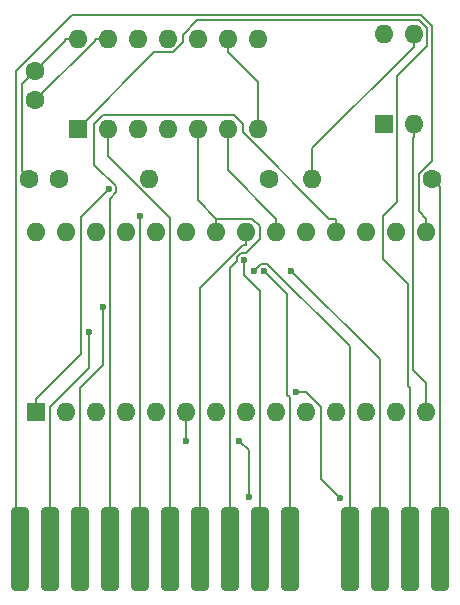
<source format=gbr>
%TF.GenerationSoftware,KiCad,Pcbnew,8.0.1*%
%TF.CreationDate,2024-04-19T22:52:29+02:00*%
%TF.ProjectId,zx-interface-2-rom,7a782d69-6e74-4657-9266-6163652d322d,rev?*%
%TF.SameCoordinates,Original*%
%TF.FileFunction,Copper,L1,Top*%
%TF.FilePolarity,Positive*%
%FSLAX46Y46*%
G04 Gerber Fmt 4.6, Leading zero omitted, Abs format (unit mm)*
G04 Created by KiCad (PCBNEW 8.0.1) date 2024-04-19 22:52:29*
%MOMM*%
%LPD*%
G01*
G04 APERTURE LIST*
G04 Aperture macros list*
%AMRoundRect*
0 Rectangle with rounded corners*
0 $1 Rounding radius*
0 $2 $3 $4 $5 $6 $7 $8 $9 X,Y pos of 4 corners*
0 Add a 4 corners polygon primitive as box body*
4,1,4,$2,$3,$4,$5,$6,$7,$8,$9,$2,$3,0*
0 Add four circle primitives for the rounded corners*
1,1,$1+$1,$2,$3*
1,1,$1+$1,$4,$5*
1,1,$1+$1,$6,$7*
1,1,$1+$1,$8,$9*
0 Add four rect primitives between the rounded corners*
20,1,$1+$1,$2,$3,$4,$5,0*
20,1,$1+$1,$4,$5,$6,$7,0*
20,1,$1+$1,$6,$7,$8,$9,0*
20,1,$1+$1,$8,$9,$2,$3,0*%
G04 Aperture macros list end*
%TA.AperFunction,ConnectorPad*%
%ADD10RoundRect,0.381000X0.381000X3.175000X-0.381000X3.175000X-0.381000X-3.175000X0.381000X-3.175000X0*%
%TD*%
%TA.AperFunction,ComponentPad*%
%ADD11C,1.600000*%
%TD*%
%TA.AperFunction,ComponentPad*%
%ADD12O,1.600000X1.600000*%
%TD*%
%TA.AperFunction,ComponentPad*%
%ADD13R,1.600000X1.600000*%
%TD*%
%TA.AperFunction,ViaPad*%
%ADD14C,0.600000*%
%TD*%
%TA.AperFunction,Conductor*%
%ADD15C,0.200000*%
%TD*%
G04 APERTURE END LIST*
D10*
%TO.P,J1,2,Vcc*%
%TO.N,+5V*%
X121280000Y-92320000D03*
%TO.P,J1,4,A15*%
%TO.N,Net-(J1-A15)*%
X118740000Y-92320000D03*
%TO.P,J1,6,A13*%
%TO.N,A13*%
X116200000Y-92320000D03*
%TO.P,J1,8,A8*%
%TO.N,A8*%
X113660000Y-92320000D03*
%TO.P,J1,10,A9*%
%TO.N,A9*%
X108580000Y-92320000D03*
%TO.P,J1,12,A11*%
%TO.N,A11*%
X106040000Y-92320000D03*
%TO.P,J1,14,~{MREQ}*%
%TO.N,Net-(J1-~{MREQ})*%
X103500000Y-92320000D03*
%TO.P,J1,16,A10*%
%TO.N,A10*%
X100960000Y-92320000D03*
%TO.P,J1,18,A14*%
%TO.N,Net-(J1-A14)*%
X98420000Y-92320000D03*
%TO.P,J1,20,D7*%
%TO.N,D7*%
X95880000Y-92320000D03*
%TO.P,J1,22,D6*%
%TO.N,D6*%
X93340000Y-92320000D03*
%TO.P,J1,24,D5*%
%TO.N,D5*%
X90800000Y-92320000D03*
%TO.P,J1,26,D4*%
%TO.N,D4*%
X88260000Y-92320000D03*
%TO.P,J1,28,D3*%
%TO.N,D3*%
X85720000Y-92320000D03*
%TD*%
D11*
%TO.P,R2,1*%
%TO.N,+5V*%
X120600000Y-61025000D03*
D12*
%TO.P,R2,2*%
%TO.N,Net-(U1-A14)*%
X110440000Y-61025000D03*
%TD*%
D11*
%TO.P,C2,1*%
%TO.N,+5V*%
X86525000Y-61000000D03*
%TO.P,C2,2*%
%TO.N,GND*%
X89025000Y-61000000D03*
%TD*%
D13*
%TO.P,U1,1,A15*%
%TO.N,Net-(U1-A15)*%
X87120000Y-80715000D03*
D12*
%TO.P,U1,2,A12*%
%TO.N,A12*%
X89660000Y-80715000D03*
%TO.P,U1,3,A7*%
%TO.N,A7*%
X92200000Y-80715000D03*
%TO.P,U1,4,A6*%
%TO.N,A6*%
X94740000Y-80715000D03*
%TO.P,U1,5,A5*%
%TO.N,A5*%
X97280000Y-80715000D03*
%TO.P,U1,6,A4*%
%TO.N,A4*%
X99820000Y-80715000D03*
%TO.P,U1,7,A3*%
%TO.N,A3*%
X102360000Y-80715000D03*
%TO.P,U1,8,A2*%
%TO.N,A2*%
X104900000Y-80715000D03*
%TO.P,U1,9,A1*%
%TO.N,A1*%
X107440000Y-80715000D03*
%TO.P,U1,10,A0*%
%TO.N,A0*%
X109980000Y-80715000D03*
%TO.P,U1,11,D0*%
%TO.N,D0*%
X112520000Y-80715000D03*
%TO.P,U1,12,D1*%
%TO.N,D1*%
X115060000Y-80715000D03*
%TO.P,U1,13,D2*%
%TO.N,D2*%
X117600000Y-80715000D03*
%TO.P,U1,14,GND*%
%TO.N,GND*%
X120140000Y-80715000D03*
%TO.P,U1,15,D3*%
%TO.N,D3*%
X120140000Y-65475000D03*
%TO.P,U1,16,D4*%
%TO.N,D4*%
X117600000Y-65475000D03*
%TO.P,U1,17,D5*%
%TO.N,D5*%
X115060000Y-65475000D03*
%TO.P,U1,18,D6*%
%TO.N,D6*%
X112520000Y-65475000D03*
%TO.P,U1,19,D7*%
%TO.N,D7*%
X109980000Y-65475000D03*
%TO.P,U1,20,~{CE}*%
%TO.N,Net-(U1-~{CE})*%
X107440000Y-65475000D03*
%TO.P,U1,21,A10*%
%TO.N,A10*%
X104900000Y-65475000D03*
%TO.P,U1,22,~{OE/Vpp}*%
%TO.N,Net-(J1-~{MREQ})*%
X102360000Y-65475000D03*
%TO.P,U1,23,A11*%
%TO.N,A11*%
X99820000Y-65475000D03*
%TO.P,U1,24,A9*%
%TO.N,A9*%
X97280000Y-65475000D03*
%TO.P,U1,25,A8*%
%TO.N,A8*%
X94740000Y-65475000D03*
%TO.P,U1,26,A13*%
%TO.N,A13*%
X92200000Y-65475000D03*
%TO.P,U1,27,A14*%
%TO.N,Net-(U1-A14)*%
X89660000Y-65475000D03*
%TO.P,U1,28,VCC*%
%TO.N,+5V*%
X87120000Y-65475000D03*
%TD*%
D11*
%TO.P,C1,1*%
%TO.N,+5V*%
X87000000Y-51875000D03*
%TO.P,C1,2*%
%TO.N,GND*%
X87000000Y-54375000D03*
%TD*%
D13*
%TO.P,SW1,1*%
%TO.N,GND*%
X116530000Y-56330000D03*
D12*
%TO.P,SW1,2*%
X119070000Y-56330000D03*
%TO.P,SW1,3*%
%TO.N,Net-(U1-A14)*%
X119070000Y-48710000D03*
%TO.P,SW1,4*%
%TO.N,Net-(U1-A15)*%
X116530000Y-48710000D03*
%TD*%
D11*
%TO.P,R1,1*%
%TO.N,+5V*%
X106830000Y-61000000D03*
D12*
%TO.P,R1,2*%
%TO.N,Net-(U1-A15)*%
X96670000Y-61000000D03*
%TD*%
D13*
%TO.P,U2,1*%
%TO.N,Net-(J1-A15)*%
X90610000Y-56770000D03*
D12*
%TO.P,U2,2*%
%TO.N,Net-(J1-A14)*%
X93150000Y-56770000D03*
%TO.P,U2,3*%
%TO.N,Net-(U2-Pad3)*%
X95690000Y-56770000D03*
%TO.P,U2,4*%
X98230000Y-56770000D03*
%TO.P,U2,5*%
%TO.N,Net-(J1-~{MREQ})*%
X100770000Y-56770000D03*
%TO.P,U2,6*%
%TO.N,Net-(U1-~{CE})*%
X103310000Y-56770000D03*
%TO.P,U2,7,GND*%
%TO.N,GND*%
X105850000Y-56770000D03*
%TO.P,U2,8*%
%TO.N,unconnected-(U2-Pad8)*%
X105850000Y-49150000D03*
%TO.P,U2,9*%
%TO.N,GND*%
X103310000Y-49150000D03*
%TO.P,U2,10*%
X100770000Y-49150000D03*
%TO.P,U2,11*%
%TO.N,unconnected-(U2-Pad11)*%
X98230000Y-49150000D03*
%TO.P,U2,12*%
%TO.N,GND*%
X95690000Y-49150000D03*
%TO.P,U2,13*%
X93150000Y-49150000D03*
%TO.P,U2,14,VCC*%
%TO.N,+5V*%
X90610000Y-49150000D03*
%TD*%
D14*
%TO.N,A6*%
X109085400Y-79050900D03*
X112815000Y-88030400D03*
%TO.N,A13*%
X108699000Y-68789100D03*
%TO.N,Net-(U1-A15)*%
X93248900Y-61904000D03*
%TO.N,D7*%
X95913500Y-64173500D03*
%TO.N,D4*%
X91542100Y-73973800D03*
%TO.N,A8*%
X105520100Y-68787500D03*
%TO.N,A9*%
X106420100Y-68789100D03*
%TO.N,D5*%
X92728300Y-71901900D03*
%TO.N,A4*%
X104291800Y-83216600D03*
X105080000Y-87930300D03*
X99820000Y-83216600D03*
%TO.N,A11*%
X104722400Y-67883300D03*
%TD*%
D15*
%TO.N,+5V*%
X89508300Y-49366700D02*
X87000000Y-51875000D01*
X89508300Y-49150000D02*
X89508300Y-49366700D01*
X90610000Y-49150000D02*
X89508300Y-49150000D01*
X121280000Y-61705000D02*
X121280000Y-92320000D01*
X120600000Y-61025000D02*
X121280000Y-61705000D01*
X87000000Y-51875000D02*
X85889500Y-52985500D01*
X85889500Y-60364500D02*
X86525000Y-61000000D01*
X85889500Y-52985500D02*
X85889500Y-60364500D01*
%TO.N,Net-(J1-A15)*%
X116475000Y-67831000D02*
X118579800Y-69935800D01*
X117658500Y-52287100D02*
X117658500Y-62967200D01*
X120183800Y-49761800D02*
X117658500Y-52287100D01*
X118579800Y-69935800D02*
X118579800Y-78535000D01*
X100747800Y-47588100D02*
X119507100Y-47588100D01*
X117658500Y-62967200D02*
X116475000Y-64150700D01*
X116475000Y-64150700D02*
X116475000Y-67831000D01*
X90610000Y-56770000D02*
X97079400Y-50300600D01*
X98646700Y-50300600D02*
X99500000Y-49447300D01*
X118579800Y-78535000D02*
X118740000Y-78695200D01*
X120183800Y-48264800D02*
X120183800Y-49761800D01*
X97079400Y-50300600D02*
X98646700Y-50300600D01*
X119507100Y-47588100D02*
X120183800Y-48264800D01*
X99500000Y-49447300D02*
X99500000Y-48835900D01*
X99500000Y-48835900D02*
X100747800Y-47588100D01*
X118740000Y-78695200D02*
X118740000Y-92320000D01*
%TO.N,Net-(U1-A14)*%
X110440000Y-58441700D02*
X110440000Y-61025000D01*
X119070000Y-49811700D02*
X110440000Y-58441700D01*
X119070000Y-48710000D02*
X119070000Y-49811700D01*
%TO.N,A6*%
X112815000Y-88030400D02*
X111250000Y-86465400D01*
X111250000Y-86465400D02*
X111250000Y-80364200D01*
X109936700Y-79050900D02*
X109085400Y-79050900D01*
X111250000Y-80364200D02*
X109936700Y-79050900D01*
%TO.N,A13*%
X116200000Y-92320000D02*
X116200000Y-76290100D01*
X116200000Y-76290100D02*
X108699000Y-68789100D01*
%TO.N,Net-(U1-A15)*%
X90930000Y-75803300D02*
X87120000Y-79613300D01*
X87120000Y-80715000D02*
X87120000Y-79613300D01*
X90930000Y-64222900D02*
X90930000Y-75803300D01*
X93248900Y-61904000D02*
X90930000Y-64222900D01*
%TO.N,D3*%
X85418900Y-92018900D02*
X85720000Y-92320000D01*
X119497100Y-60569900D02*
X120592700Y-59474300D01*
X120140000Y-64373300D02*
X119497100Y-63730400D01*
X119664500Y-47164700D02*
X90122600Y-47164700D01*
X90122600Y-47164700D02*
X85418900Y-51868400D01*
X120592700Y-59474300D02*
X120592700Y-48092900D01*
X120592700Y-48092900D02*
X119664500Y-47164700D01*
X120140000Y-65475000D02*
X120140000Y-64373300D01*
X85418900Y-51868400D02*
X85418900Y-92018900D01*
X119497100Y-63730400D02*
X119497100Y-60569900D01*
%TO.N,D6*%
X112520000Y-65475000D02*
X112520000Y-64373300D01*
X92714200Y-55639100D02*
X103808300Y-55639100D01*
X103808300Y-55639100D02*
X104580000Y-56410800D01*
X92014900Y-59819100D02*
X92014900Y-56338400D01*
X93340000Y-62682000D02*
X93850600Y-62171400D01*
X104580000Y-56410800D02*
X104580000Y-57062000D01*
X93850600Y-62171400D02*
X93850600Y-61654800D01*
X111891300Y-64373300D02*
X112520000Y-64373300D01*
X93850600Y-61654800D02*
X92014900Y-59819100D01*
X92014900Y-56338400D02*
X92714200Y-55639100D01*
X104580000Y-57062000D02*
X111891300Y-64373300D01*
X93340000Y-92320000D02*
X93340000Y-62682000D01*
%TO.N,D7*%
X95913500Y-92286500D02*
X95913500Y-64173500D01*
X95880000Y-92320000D02*
X95913500Y-92286500D01*
%TO.N,D4*%
X91542100Y-73973800D02*
X91542100Y-77020800D01*
X88260000Y-80302900D02*
X88260000Y-92320000D01*
X91542100Y-77020800D02*
X88260000Y-80302900D01*
%TO.N,A8*%
X113660000Y-75176500D02*
X106669300Y-68185800D01*
X113660000Y-92320000D02*
X113660000Y-75176500D01*
X106669300Y-68185800D02*
X106121800Y-68185800D01*
X106121800Y-68185800D02*
X105520100Y-68787500D01*
%TO.N,A9*%
X108356400Y-70725400D02*
X108356400Y-79301200D01*
X108356400Y-79301200D02*
X108580000Y-79524800D01*
X106420100Y-68789100D02*
X108356400Y-70725400D01*
X108580000Y-79524800D02*
X108580000Y-92320000D01*
%TO.N,A10*%
X104900000Y-66576700D02*
X104610200Y-66576700D01*
X104900000Y-65475000D02*
X104900000Y-66576700D01*
X100960000Y-70226900D02*
X100960000Y-92320000D01*
X104610200Y-66576700D02*
X100960000Y-70226900D01*
%TO.N,D5*%
X92728300Y-71901900D02*
X92728300Y-76768300D01*
X90800000Y-78696600D02*
X90800000Y-92320000D01*
X92728300Y-76768300D02*
X90800000Y-78696600D01*
%TO.N,A4*%
X105080000Y-84004800D02*
X104291800Y-83216600D01*
X99820000Y-80715000D02*
X99820000Y-83216600D01*
X105080000Y-87930300D02*
X105080000Y-84004800D01*
%TO.N,Net-(J1-A14)*%
X93150000Y-59045000D02*
X98420000Y-64315000D01*
X93150000Y-56770000D02*
X93150000Y-59045000D01*
X98420000Y-64315000D02*
X98420000Y-92320000D01*
%TO.N,A11*%
X106040000Y-92320000D02*
X106040000Y-70489100D01*
X104722400Y-69171500D02*
X104722400Y-67883300D01*
X106040000Y-70489100D02*
X104722400Y-69171500D01*
%TO.N,Net-(J1-~{MREQ})*%
X102360000Y-64373300D02*
X105360400Y-64373300D01*
X106003300Y-65016200D02*
X106003300Y-66101800D01*
X104120700Y-67984400D02*
X103500000Y-68605100D01*
X105360400Y-64373300D02*
X106003300Y-65016200D01*
X100770000Y-62783300D02*
X102360000Y-64373300D01*
X106003300Y-66101800D02*
X104823500Y-67281600D01*
X103500000Y-68605100D02*
X103500000Y-92320000D01*
X100770000Y-56770000D02*
X100770000Y-62783300D01*
X102360000Y-65475000D02*
X102360000Y-64373300D01*
X104823500Y-67281600D02*
X104473300Y-67281600D01*
X104473300Y-67281600D02*
X104120700Y-67634200D01*
X104120700Y-67634200D02*
X104120700Y-67984400D01*
%TO.N,Net-(U1-~{CE})*%
X103310000Y-56770000D02*
X103310000Y-60243300D01*
X103310000Y-60243300D02*
X107440000Y-64373300D01*
X107440000Y-65475000D02*
X107440000Y-64373300D01*
%TO.N,GND*%
X105850000Y-52791700D02*
X105850000Y-56770000D01*
X120140000Y-78325900D02*
X119019200Y-77205100D01*
X92048300Y-49150000D02*
X92048300Y-49326700D01*
X119019200Y-57482500D02*
X119070000Y-57431700D01*
X92048300Y-49326700D02*
X87000000Y-54375000D01*
X103310000Y-49150000D02*
X103310000Y-50251700D01*
X93150000Y-49150000D02*
X92048300Y-49150000D01*
X120140000Y-79613300D02*
X120140000Y-78325900D01*
X119070000Y-56330000D02*
X119070000Y-57431700D01*
X119019200Y-77205100D02*
X119019200Y-57482500D01*
X120140000Y-80715000D02*
X120140000Y-79613300D01*
X103310000Y-50251700D02*
X105850000Y-52791700D01*
%TD*%
M02*

</source>
